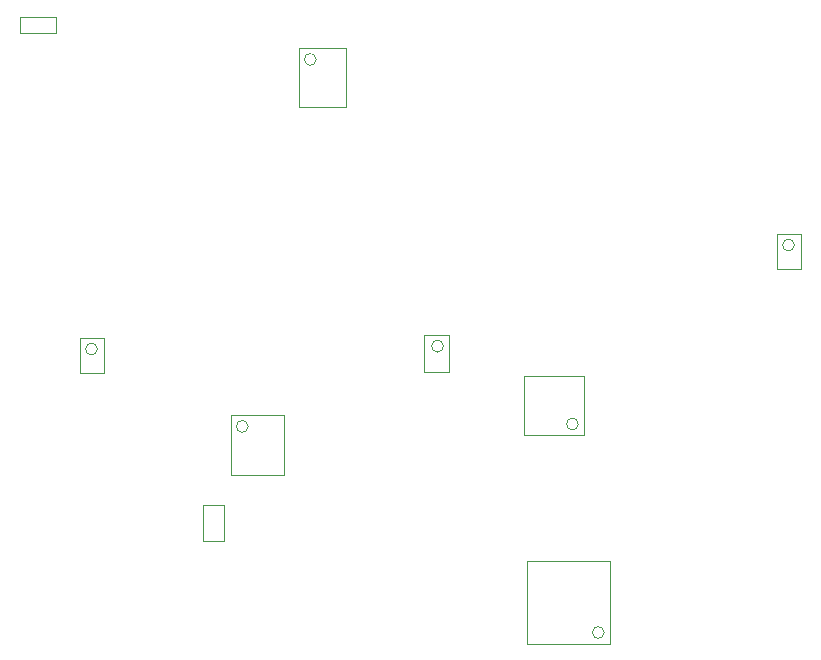
<source format=gbr>
G04 Layer_Color=16711935*
%FSLAX45Y45*%
%MOMM*%
%TF.FileFunction,Other,Mechanical_13*%
%TF.Part,Single*%
G01*
G75*
%TA.AperFunction,NonConductor*%
%ADD110C,0.10000*%
D110*
X5995000Y925000D02*
G03*
X5995000Y925000I-50000J0D01*
G01*
X2980000Y2670000D02*
G03*
X2980000Y2670000I-50000J0D01*
G01*
X3556102Y5776703D02*
G03*
X3556102Y5776703I-50000J0D01*
G01*
X7605000Y4205000D02*
G03*
X7605000Y4205000I-50000J0D01*
G01*
X5775001Y2690001D02*
G03*
X5775001Y2690001I-50000J0D01*
G01*
X4633605Y3349204D02*
G03*
X4633605Y3349204I-50000J0D01*
G01*
X1703601Y3324201D02*
G03*
X1703601Y3324201I-50000J0D01*
G01*
X6040000Y830000D02*
Y1530000D01*
X5340000Y830000D02*
Y1530000D01*
Y830000D02*
X6040000D01*
X5340000Y1530000D02*
X6040000D01*
X2835000Y2255000D02*
X3285000D01*
X2835000Y2765000D02*
X3285000D01*
Y2255000D02*
Y2765000D01*
X2835000Y2255000D02*
Y2765000D01*
X1050000Y6140000D02*
X1350000D01*
X1050000Y6000000D02*
X1350000D01*
Y6140000D01*
X1050000Y6000000D02*
Y6140000D01*
X3411102Y5376703D02*
X3806102D01*
X3411102Y5871703D02*
X3806102D01*
Y5376703D02*
Y5871703D01*
X3411102Y5376703D02*
Y5871703D01*
X2598604Y1698204D02*
X2773604D01*
X2598604Y2003204D02*
X2773604D01*
Y1698204D02*
Y2003204D01*
X2598604Y1698204D02*
Y2003204D01*
X7460000Y4000000D02*
X7660000D01*
X7460000Y4300000D02*
X7660000D01*
Y4000000D02*
Y4300000D01*
X7460000Y4000000D02*
Y4300000D01*
X5320002Y3095001D02*
X5820001D01*
X5320002Y2595001D02*
X5820001D01*
X5320002D02*
Y3095001D01*
X5820001Y2595001D02*
Y3095001D01*
X4468605Y3444204D02*
X4678605D01*
X4468605Y3134204D02*
X4678605D01*
Y3444204D01*
X4468605Y3134204D02*
Y3444204D01*
X1558601Y3119202D02*
X1758601D01*
X1558601Y3419201D02*
X1758601D01*
Y3119202D02*
Y3419201D01*
X1558601Y3119202D02*
Y3419201D01*
%TF.MD5,a13982b3a408ea1423957ba126d8e2a0*%
M02*

</source>
